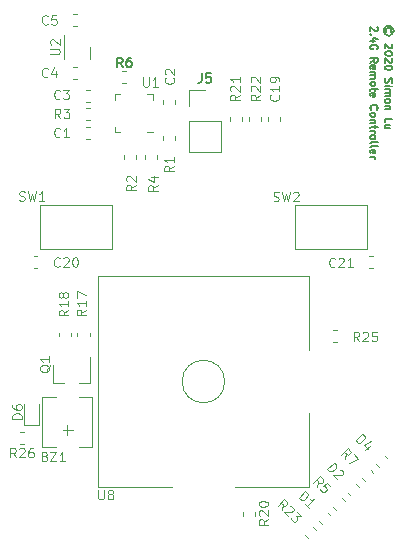
<source format=gbr>
%TF.GenerationSoftware,KiCad,Pcbnew,(5.1.6)-1*%
%TF.CreationDate,2020-07-04T15:59:08+08:00*%
%TF.ProjectId,24RF_Remote_Control,32345246-5f52-4656-9d6f-74655f436f6e,rev?*%
%TF.SameCoordinates,Original*%
%TF.FileFunction,Legend,Top*%
%TF.FilePolarity,Positive*%
%FSLAX46Y46*%
G04 Gerber Fmt 4.6, Leading zero omitted, Abs format (unit mm)*
G04 Created by KiCad (PCBNEW (5.1.6)-1) date 2020-07-04 15:59:08*
%MOMM*%
%LPD*%
G01*
G04 APERTURE LIST*
%ADD10C,0.127000*%
%ADD11C,0.120000*%
%ADD12C,0.150000*%
G04 APERTURE END LIST*
D10*
X161723627Y-72361380D02*
X161753865Y-72300903D01*
X161753865Y-72179951D01*
X161723627Y-72119475D01*
X161663151Y-72058999D01*
X161602675Y-72028760D01*
X161481722Y-72028760D01*
X161421246Y-72058999D01*
X161360770Y-72119475D01*
X161330532Y-72179951D01*
X161330532Y-72300903D01*
X161360770Y-72361380D01*
X161965532Y-72240427D02*
X161935294Y-72089237D01*
X161844580Y-71938046D01*
X161693389Y-71847332D01*
X161542199Y-71817094D01*
X161391008Y-71847332D01*
X161239818Y-71938046D01*
X161149103Y-72089237D01*
X161118865Y-72240427D01*
X161149103Y-72391618D01*
X161239818Y-72542808D01*
X161391008Y-72633522D01*
X161542199Y-72663760D01*
X161693389Y-72633522D01*
X161844580Y-72542808D01*
X161935294Y-72391618D01*
X161965532Y-72240427D01*
X161814341Y-73389475D02*
X161844580Y-73419713D01*
X161874818Y-73480189D01*
X161874818Y-73631380D01*
X161844580Y-73691856D01*
X161814341Y-73722094D01*
X161753865Y-73752332D01*
X161693389Y-73752332D01*
X161602675Y-73722094D01*
X161239818Y-73359237D01*
X161239818Y-73752332D01*
X161874818Y-74145427D02*
X161874818Y-74205903D01*
X161844580Y-74266380D01*
X161814341Y-74296618D01*
X161753865Y-74326856D01*
X161632913Y-74357094D01*
X161481722Y-74357094D01*
X161360770Y-74326856D01*
X161300294Y-74296618D01*
X161270056Y-74266380D01*
X161239818Y-74205903D01*
X161239818Y-74145427D01*
X161270056Y-74084951D01*
X161300294Y-74054713D01*
X161360770Y-74024475D01*
X161481722Y-73994237D01*
X161632913Y-73994237D01*
X161753865Y-74024475D01*
X161814341Y-74054713D01*
X161844580Y-74084951D01*
X161874818Y-74145427D01*
X161814341Y-74598999D02*
X161844580Y-74629237D01*
X161874818Y-74689713D01*
X161874818Y-74840903D01*
X161844580Y-74901380D01*
X161814341Y-74931618D01*
X161753865Y-74961856D01*
X161693389Y-74961856D01*
X161602675Y-74931618D01*
X161239818Y-74568760D01*
X161239818Y-74961856D01*
X161874818Y-75354951D02*
X161874818Y-75415427D01*
X161844580Y-75475903D01*
X161814341Y-75506141D01*
X161753865Y-75536380D01*
X161632913Y-75566618D01*
X161481722Y-75566618D01*
X161360770Y-75536380D01*
X161300294Y-75506141D01*
X161270056Y-75475903D01*
X161239818Y-75415427D01*
X161239818Y-75354951D01*
X161270056Y-75294475D01*
X161300294Y-75264237D01*
X161360770Y-75233999D01*
X161481722Y-75203760D01*
X161632913Y-75203760D01*
X161753865Y-75233999D01*
X161814341Y-75264237D01*
X161844580Y-75294475D01*
X161874818Y-75354951D01*
X161270056Y-76292332D02*
X161239818Y-76383046D01*
X161239818Y-76534237D01*
X161270056Y-76594713D01*
X161300294Y-76624951D01*
X161360770Y-76655189D01*
X161421246Y-76655189D01*
X161481722Y-76624951D01*
X161511960Y-76594713D01*
X161542199Y-76534237D01*
X161572437Y-76413284D01*
X161602675Y-76352808D01*
X161632913Y-76322570D01*
X161693389Y-76292332D01*
X161753865Y-76292332D01*
X161814341Y-76322570D01*
X161844580Y-76352808D01*
X161874818Y-76413284D01*
X161874818Y-76564475D01*
X161844580Y-76655189D01*
X161239818Y-76927332D02*
X161663151Y-76927332D01*
X161874818Y-76927332D02*
X161844580Y-76897094D01*
X161814341Y-76927332D01*
X161844580Y-76957570D01*
X161874818Y-76927332D01*
X161814341Y-76927332D01*
X161239818Y-77229713D02*
X161663151Y-77229713D01*
X161602675Y-77229713D02*
X161632913Y-77259951D01*
X161663151Y-77320427D01*
X161663151Y-77411141D01*
X161632913Y-77471618D01*
X161572437Y-77501856D01*
X161239818Y-77501856D01*
X161572437Y-77501856D02*
X161632913Y-77532094D01*
X161663151Y-77592570D01*
X161663151Y-77683284D01*
X161632913Y-77743760D01*
X161572437Y-77773999D01*
X161239818Y-77773999D01*
X161239818Y-78167094D02*
X161270056Y-78106618D01*
X161300294Y-78076380D01*
X161360770Y-78046141D01*
X161542199Y-78046141D01*
X161602675Y-78076380D01*
X161632913Y-78106618D01*
X161663151Y-78167094D01*
X161663151Y-78257808D01*
X161632913Y-78318284D01*
X161602675Y-78348522D01*
X161542199Y-78378760D01*
X161360770Y-78378760D01*
X161300294Y-78348522D01*
X161270056Y-78318284D01*
X161239818Y-78257808D01*
X161239818Y-78167094D01*
X161663151Y-78650903D02*
X161239818Y-78650903D01*
X161602675Y-78650903D02*
X161632913Y-78681141D01*
X161663151Y-78741618D01*
X161663151Y-78832332D01*
X161632913Y-78892808D01*
X161572437Y-78923046D01*
X161239818Y-78923046D01*
X161239818Y-80011618D02*
X161239818Y-79709237D01*
X161874818Y-79709237D01*
X161663151Y-80495427D02*
X161239818Y-80495427D01*
X161663151Y-80223284D02*
X161330532Y-80223284D01*
X161270056Y-80253522D01*
X161239818Y-80313999D01*
X161239818Y-80404713D01*
X161270056Y-80465189D01*
X161300294Y-80495427D01*
X160564661Y-71933329D02*
X160594900Y-71963567D01*
X160625138Y-72024043D01*
X160625138Y-72175234D01*
X160594900Y-72235710D01*
X160564661Y-72265948D01*
X160504185Y-72296186D01*
X160443709Y-72296186D01*
X160352995Y-72265948D01*
X159990138Y-71903091D01*
X159990138Y-72296186D01*
X160050614Y-72568329D02*
X160020376Y-72598567D01*
X159990138Y-72568329D01*
X160020376Y-72538091D01*
X160050614Y-72568329D01*
X159990138Y-72568329D01*
X160413471Y-73142853D02*
X159990138Y-73142853D01*
X160655376Y-72991662D02*
X160201804Y-72840472D01*
X160201804Y-73233567D01*
X160594900Y-73808091D02*
X160625138Y-73747615D01*
X160625138Y-73656900D01*
X160594900Y-73566186D01*
X160534423Y-73505710D01*
X160473947Y-73475472D01*
X160352995Y-73445234D01*
X160262280Y-73445234D01*
X160141328Y-73475472D01*
X160080852Y-73505710D01*
X160020376Y-73566186D01*
X159990138Y-73656900D01*
X159990138Y-73717377D01*
X160020376Y-73808091D01*
X160050614Y-73838329D01*
X160262280Y-73838329D01*
X160262280Y-73717377D01*
X159990138Y-74957139D02*
X160292519Y-74745472D01*
X159990138Y-74594281D02*
X160625138Y-74594281D01*
X160625138Y-74836186D01*
X160594900Y-74896662D01*
X160564661Y-74926900D01*
X160504185Y-74957139D01*
X160413471Y-74957139D01*
X160352995Y-74926900D01*
X160322757Y-74896662D01*
X160292519Y-74836186D01*
X160292519Y-74594281D01*
X160020376Y-75471186D02*
X159990138Y-75410710D01*
X159990138Y-75289758D01*
X160020376Y-75229281D01*
X160080852Y-75199043D01*
X160322757Y-75199043D01*
X160383233Y-75229281D01*
X160413471Y-75289758D01*
X160413471Y-75410710D01*
X160383233Y-75471186D01*
X160322757Y-75501424D01*
X160262280Y-75501424D01*
X160201804Y-75199043D01*
X159990138Y-75773567D02*
X160413471Y-75773567D01*
X160352995Y-75773567D02*
X160383233Y-75803805D01*
X160413471Y-75864281D01*
X160413471Y-75954996D01*
X160383233Y-76015472D01*
X160322757Y-76045710D01*
X159990138Y-76045710D01*
X160322757Y-76045710D02*
X160383233Y-76075948D01*
X160413471Y-76136424D01*
X160413471Y-76227139D01*
X160383233Y-76287615D01*
X160322757Y-76317853D01*
X159990138Y-76317853D01*
X159990138Y-76710948D02*
X160020376Y-76650472D01*
X160050614Y-76620234D01*
X160111090Y-76589996D01*
X160292519Y-76589996D01*
X160352995Y-76620234D01*
X160383233Y-76650472D01*
X160413471Y-76710948D01*
X160413471Y-76801662D01*
X160383233Y-76862139D01*
X160352995Y-76892377D01*
X160292519Y-76922615D01*
X160111090Y-76922615D01*
X160050614Y-76892377D01*
X160020376Y-76862139D01*
X159990138Y-76801662D01*
X159990138Y-76710948D01*
X160413471Y-77104043D02*
X160413471Y-77345948D01*
X160625138Y-77194758D02*
X160080852Y-77194758D01*
X160020376Y-77224996D01*
X159990138Y-77285472D01*
X159990138Y-77345948D01*
X160020376Y-77799520D02*
X159990138Y-77739043D01*
X159990138Y-77618091D01*
X160020376Y-77557615D01*
X160080852Y-77527377D01*
X160322757Y-77527377D01*
X160383233Y-77557615D01*
X160413471Y-77618091D01*
X160413471Y-77739043D01*
X160383233Y-77799520D01*
X160322757Y-77829758D01*
X160262280Y-77829758D01*
X160201804Y-77527377D01*
X160050614Y-78948567D02*
X160020376Y-78918329D01*
X159990138Y-78827615D01*
X159990138Y-78767139D01*
X160020376Y-78676424D01*
X160080852Y-78615948D01*
X160141328Y-78585710D01*
X160262280Y-78555472D01*
X160352995Y-78555472D01*
X160473947Y-78585710D01*
X160534423Y-78615948D01*
X160594900Y-78676424D01*
X160625138Y-78767139D01*
X160625138Y-78827615D01*
X160594900Y-78918329D01*
X160564661Y-78948567D01*
X159990138Y-79311424D02*
X160020376Y-79250948D01*
X160050614Y-79220710D01*
X160111090Y-79190472D01*
X160292519Y-79190472D01*
X160352995Y-79220710D01*
X160383233Y-79250948D01*
X160413471Y-79311424D01*
X160413471Y-79402139D01*
X160383233Y-79462615D01*
X160352995Y-79492853D01*
X160292519Y-79523091D01*
X160111090Y-79523091D01*
X160050614Y-79492853D01*
X160020376Y-79462615D01*
X159990138Y-79402139D01*
X159990138Y-79311424D01*
X160413471Y-79795234D02*
X159990138Y-79795234D01*
X160352995Y-79795234D02*
X160383233Y-79825472D01*
X160413471Y-79885948D01*
X160413471Y-79976662D01*
X160383233Y-80037139D01*
X160322757Y-80067377D01*
X159990138Y-80067377D01*
X160413471Y-80279043D02*
X160413471Y-80520948D01*
X160625138Y-80369758D02*
X160080852Y-80369758D01*
X160020376Y-80399996D01*
X159990138Y-80460472D01*
X159990138Y-80520948D01*
X159990138Y-80732615D02*
X160413471Y-80732615D01*
X160292519Y-80732615D02*
X160352995Y-80762853D01*
X160383233Y-80793091D01*
X160413471Y-80853567D01*
X160413471Y-80914043D01*
X159990138Y-81216424D02*
X160020376Y-81155948D01*
X160050614Y-81125710D01*
X160111090Y-81095472D01*
X160292519Y-81095472D01*
X160352995Y-81125710D01*
X160383233Y-81155948D01*
X160413471Y-81216424D01*
X160413471Y-81307139D01*
X160383233Y-81367615D01*
X160352995Y-81397853D01*
X160292519Y-81428091D01*
X160111090Y-81428091D01*
X160050614Y-81397853D01*
X160020376Y-81367615D01*
X159990138Y-81307139D01*
X159990138Y-81216424D01*
X159990138Y-81790948D02*
X160020376Y-81730472D01*
X160080852Y-81700234D01*
X160625138Y-81700234D01*
X159990138Y-82123567D02*
X160020376Y-82063091D01*
X160080852Y-82032853D01*
X160625138Y-82032853D01*
X160020376Y-82607377D02*
X159990138Y-82546900D01*
X159990138Y-82425948D01*
X160020376Y-82365472D01*
X160080852Y-82335234D01*
X160322757Y-82335234D01*
X160383233Y-82365472D01*
X160413471Y-82425948D01*
X160413471Y-82546900D01*
X160383233Y-82607377D01*
X160322757Y-82637615D01*
X160262280Y-82637615D01*
X160201804Y-82335234D01*
X159990138Y-82909758D02*
X160413471Y-82909758D01*
X160292519Y-82909758D02*
X160352995Y-82939996D01*
X160383233Y-82970234D01*
X160413471Y-83030710D01*
X160413471Y-83091186D01*
D11*
%TO.C,U1*%
X138819260Y-80851340D02*
X138344260Y-80851340D01*
X138344260Y-80851340D02*
X138344260Y-80376340D01*
X141089260Y-77631340D02*
X141564260Y-77631340D01*
X141564260Y-77631340D02*
X141564260Y-78106340D01*
X138819260Y-77631340D02*
X138344260Y-77631340D01*
X138344260Y-77631340D02*
X138344260Y-78106340D01*
X141089260Y-80851340D02*
X141564260Y-80851340D01*
%TO.C,U2*%
X136261720Y-73613600D02*
X136261720Y-74613600D01*
X134041720Y-72613600D02*
X134041720Y-74613600D01*
%TO.C,J5*%
X144659900Y-77310260D02*
X145989900Y-77310260D01*
X144659900Y-78640260D02*
X144659900Y-77310260D01*
X144659900Y-79910260D02*
X147319900Y-79910260D01*
X147319900Y-79910260D02*
X147319900Y-82510260D01*
X144659900Y-79910260D02*
X144659900Y-82510260D01*
X144659900Y-82510260D02*
X147319900Y-82510260D01*
%TO.C,BZ1*%
X136435600Y-103305480D02*
X135325600Y-103305480D01*
X132235600Y-103305480D02*
X133345600Y-103305480D01*
X136435600Y-107505480D02*
X135325600Y-107505480D01*
X132235600Y-107505480D02*
X133345600Y-107505480D01*
X132235600Y-107505480D02*
X132235600Y-103305480D01*
X136435600Y-107505480D02*
X136435600Y-103305480D01*
X134358460Y-106509620D02*
X134358460Y-105609620D01*
X133946980Y-106068420D02*
X134846980Y-106068420D01*
%TO.C,C1*%
X135900801Y-80401020D02*
X136226359Y-80401020D01*
X135900801Y-81421020D02*
X136226359Y-81421020D01*
%TO.C,C2*%
X143495080Y-78137121D02*
X143495080Y-78462679D01*
X142475080Y-78137121D02*
X142475080Y-78462679D01*
%TO.C,C3*%
X136226359Y-77244648D02*
X135900801Y-77244648D01*
X136226359Y-78264648D02*
X135900801Y-78264648D01*
%TO.C,C4*%
X135174799Y-75331180D02*
X134849241Y-75331180D01*
X135174799Y-76351180D02*
X134849241Y-76351180D01*
%TO.C,C5*%
X135174799Y-71870620D02*
X134849241Y-71870620D01*
X135174799Y-70850620D02*
X134849241Y-70850620D01*
%TO.C,C19*%
X151324440Y-79918099D02*
X151324440Y-79592541D01*
X152344440Y-79918099D02*
X152344440Y-79592541D01*
%TO.C,C20*%
X131483741Y-92340480D02*
X131809299Y-92340480D01*
X131483741Y-91320480D02*
X131809299Y-91320480D01*
%TO.C,C21*%
X160252219Y-92340480D02*
X159926661Y-92340480D01*
X160252219Y-91320480D02*
X159926661Y-91320480D01*
%TO.C,D1*%
X155670725Y-113782419D02*
X155900930Y-114012624D01*
X156391974Y-113061170D02*
X156622179Y-113291375D01*
%TO.C,D2*%
X158807304Y-110645840D02*
X159037509Y-110876045D01*
X158086055Y-111367089D02*
X158316260Y-111597294D01*
%TO.C,D4*%
X160501384Y-108951759D02*
X160731589Y-109181964D01*
X161222633Y-108230510D02*
X161452838Y-108460715D01*
%TO.C,D6*%
X130711240Y-105680480D02*
X131911240Y-105680480D01*
X130711240Y-103830480D02*
X130711240Y-105680480D01*
X131911240Y-103830480D02*
X131911240Y-105680480D01*
%TO.C,Q1*%
X133138460Y-102048040D02*
X133138460Y-100588040D01*
X136298460Y-102048040D02*
X136298460Y-99888040D01*
X136298460Y-102048040D02*
X135368460Y-102048040D01*
X133138460Y-102048040D02*
X134068460Y-102048040D01*
%TO.C,R1*%
X142464920Y-81213061D02*
X142464920Y-81538619D01*
X143484920Y-81213061D02*
X143484920Y-81538619D01*
%TO.C,R2*%
X140162600Y-83126119D02*
X140162600Y-82800561D01*
X139142600Y-83126119D02*
X139142600Y-82800561D01*
%TO.C,R3*%
X135900801Y-78822834D02*
X136226359Y-78822834D01*
X135900801Y-79842834D02*
X136226359Y-79842834D01*
%TO.C,R4*%
X141963460Y-83128659D02*
X141963460Y-82803101D01*
X140943460Y-83128659D02*
X140943460Y-82803101D01*
%TO.C,R5*%
X157599639Y-111853505D02*
X157829844Y-112083710D01*
X156878390Y-112574754D02*
X157108595Y-112804959D01*
%TO.C,R7*%
X159523924Y-110389629D02*
X159293719Y-110159424D01*
X160245173Y-109668380D02*
X160014968Y-109438175D01*
%TO.C,R17*%
X136223460Y-97815841D02*
X136223460Y-98141399D01*
X135203460Y-97815841D02*
X135203460Y-98141399D01*
%TO.C,R18*%
X134623260Y-98141399D02*
X134623260Y-97815841D01*
X133603260Y-98141399D02*
X133603260Y-97815841D01*
%TO.C,R20*%
X150241320Y-113316559D02*
X150241320Y-112991001D01*
X149221320Y-113316559D02*
X149221320Y-112991001D01*
%TO.C,R21*%
X148088480Y-79534121D02*
X148088480Y-79859679D01*
X149108480Y-79534121D02*
X149108480Y-79859679D01*
%TO.C,R22*%
X149731220Y-79877279D02*
X149731220Y-79551721D01*
X150751220Y-79877279D02*
X150751220Y-79551721D01*
%TO.C,R23*%
X155184309Y-114268835D02*
X155414514Y-114499040D01*
X154463060Y-114990084D02*
X154693265Y-115220289D01*
%TO.C,R25*%
X156865161Y-97621160D02*
X157190719Y-97621160D01*
X156865161Y-98641160D02*
X157190719Y-98641160D01*
%TO.C,R26*%
X130363601Y-107232500D02*
X130689159Y-107232500D01*
X130363601Y-106212500D02*
X130689159Y-106212500D01*
%TO.C,SW1*%
X132028220Y-87013760D02*
X138148220Y-87013760D01*
X138148220Y-87013760D02*
X138148220Y-90713760D01*
X138148220Y-90713760D02*
X132028220Y-90713760D01*
X132028220Y-90713760D02*
X132028220Y-87013760D01*
%TO.C,SW2*%
X159707340Y-87013760D02*
X159707340Y-90713760D01*
X153587340Y-87013760D02*
X159707340Y-87013760D01*
X153587340Y-90713760D02*
X153587340Y-87013760D01*
X159707340Y-90713760D02*
X153587340Y-90713760D01*
%TO.C,U8*%
X136968000Y-93060620D02*
X136968000Y-110860620D01*
X136968000Y-93060620D02*
X154768000Y-93060620D01*
X147668000Y-101960620D02*
G75*
G03*
X147668000Y-101960620I-1800000J0D01*
G01*
X154768000Y-93060620D02*
X154768000Y-99260620D01*
X154768000Y-110860620D02*
X154768000Y-104660620D01*
X148568000Y-110860620D02*
X154768000Y-110860620D01*
X136968000Y-110860620D02*
X143168000Y-110860620D01*
%TO.C,R6*%
X138974201Y-75661380D02*
X139299759Y-75661380D01*
X138974201Y-76681380D02*
X139299759Y-76681380D01*
%TO.C,U1*%
X140762656Y-76218424D02*
X140762656Y-76866043D01*
X140800751Y-76942234D01*
X140838846Y-76980329D01*
X140915037Y-77018424D01*
X141067418Y-77018424D01*
X141143608Y-76980329D01*
X141181703Y-76942234D01*
X141219799Y-76866043D01*
X141219799Y-76218424D01*
X142019799Y-77018424D02*
X141562656Y-77018424D01*
X141791227Y-77018424D02*
X141791227Y-76218424D01*
X141715037Y-76332710D01*
X141638846Y-76408900D01*
X141562656Y-76446996D01*
%TO.C,U2*%
X132900924Y-74251703D02*
X133548543Y-74251703D01*
X133624734Y-74213608D01*
X133662829Y-74175513D01*
X133700924Y-74099322D01*
X133700924Y-73946941D01*
X133662829Y-73870751D01*
X133624734Y-73832656D01*
X133548543Y-73794560D01*
X132900924Y-73794560D01*
X132977115Y-73451703D02*
X132939020Y-73413608D01*
X132900924Y-73337418D01*
X132900924Y-73146941D01*
X132939020Y-73070751D01*
X132977115Y-73032656D01*
X133053305Y-72994560D01*
X133129496Y-72994560D01*
X133243781Y-73032656D01*
X133700924Y-73489799D01*
X133700924Y-72994560D01*
%TO.C,J5*%
D12*
X145723233Y-75872164D02*
X145723233Y-76443593D01*
X145685138Y-76557879D01*
X145608947Y-76634069D01*
X145494661Y-76672164D01*
X145418471Y-76672164D01*
X146485138Y-75872164D02*
X146104185Y-75872164D01*
X146066090Y-76253117D01*
X146104185Y-76215021D01*
X146180376Y-76176926D01*
X146370852Y-76176926D01*
X146447042Y-76215021D01*
X146485138Y-76253117D01*
X146523233Y-76329307D01*
X146523233Y-76519783D01*
X146485138Y-76595974D01*
X146447042Y-76634069D01*
X146370852Y-76672164D01*
X146180376Y-76672164D01*
X146104185Y-76634069D01*
X146066090Y-76595974D01*
%TO.C,BZ1*%
D11*
X132435278Y-108293497D02*
X132549563Y-108331592D01*
X132587659Y-108369687D01*
X132625754Y-108445878D01*
X132625754Y-108560163D01*
X132587659Y-108636354D01*
X132549563Y-108674449D01*
X132473373Y-108712544D01*
X132168611Y-108712544D01*
X132168611Y-107912544D01*
X132435278Y-107912544D01*
X132511468Y-107950640D01*
X132549563Y-107988735D01*
X132587659Y-108064925D01*
X132587659Y-108141116D01*
X132549563Y-108217306D01*
X132511468Y-108255401D01*
X132435278Y-108293497D01*
X132168611Y-108293497D01*
X132892420Y-107912544D02*
X133425754Y-107912544D01*
X132892420Y-108712544D01*
X133425754Y-108712544D01*
X134149563Y-108712544D02*
X133692420Y-108712544D01*
X133920992Y-108712544D02*
X133920992Y-107912544D01*
X133844801Y-108026830D01*
X133768611Y-108103020D01*
X133692420Y-108141116D01*
%TO.C,C1*%
X133717906Y-81201814D02*
X133679811Y-81239909D01*
X133565525Y-81278004D01*
X133489335Y-81278004D01*
X133375049Y-81239909D01*
X133298859Y-81163719D01*
X133260763Y-81087528D01*
X133222668Y-80935147D01*
X133222668Y-80820861D01*
X133260763Y-80668480D01*
X133298859Y-80592290D01*
X133375049Y-80516100D01*
X133489335Y-80478004D01*
X133565525Y-80478004D01*
X133679811Y-80516100D01*
X133717906Y-80554195D01*
X134479811Y-81278004D02*
X134022668Y-81278004D01*
X134251240Y-81278004D02*
X134251240Y-80478004D01*
X134175049Y-80592290D01*
X134098859Y-80668480D01*
X134022668Y-80706576D01*
%TO.C,C2*%
X143329214Y-76238673D02*
X143367309Y-76276768D01*
X143405404Y-76391054D01*
X143405404Y-76467244D01*
X143367309Y-76581530D01*
X143291119Y-76657720D01*
X143214928Y-76695816D01*
X143062547Y-76733911D01*
X142948261Y-76733911D01*
X142795880Y-76695816D01*
X142719690Y-76657720D01*
X142643500Y-76581530D01*
X142605404Y-76467244D01*
X142605404Y-76391054D01*
X142643500Y-76276768D01*
X142681595Y-76238673D01*
X142681595Y-75933911D02*
X142643500Y-75895816D01*
X142605404Y-75819625D01*
X142605404Y-75629149D01*
X142643500Y-75552959D01*
X142681595Y-75514863D01*
X142757785Y-75476768D01*
X142833976Y-75476768D01*
X142948261Y-75514863D01*
X143405404Y-75972006D01*
X143405404Y-75476768D01*
%TO.C,C3*%
X133717906Y-77991254D02*
X133679811Y-78029349D01*
X133565525Y-78067444D01*
X133489335Y-78067444D01*
X133375049Y-78029349D01*
X133298859Y-77953159D01*
X133260763Y-77876968D01*
X133222668Y-77724587D01*
X133222668Y-77610301D01*
X133260763Y-77457920D01*
X133298859Y-77381730D01*
X133375049Y-77305540D01*
X133489335Y-77267444D01*
X133565525Y-77267444D01*
X133679811Y-77305540D01*
X133717906Y-77343635D01*
X133984573Y-77267444D02*
X134479811Y-77267444D01*
X134213144Y-77572206D01*
X134327430Y-77572206D01*
X134403620Y-77610301D01*
X134441716Y-77648397D01*
X134479811Y-77724587D01*
X134479811Y-77915063D01*
X134441716Y-77991254D01*
X134403620Y-78029349D01*
X134327430Y-78067444D01*
X134098859Y-78067444D01*
X134022668Y-78029349D01*
X133984573Y-77991254D01*
%TO.C,C4*%
X132679046Y-76119274D02*
X132640951Y-76157369D01*
X132526665Y-76195464D01*
X132450475Y-76195464D01*
X132336189Y-76157369D01*
X132259999Y-76081179D01*
X132221903Y-76004988D01*
X132183808Y-75852607D01*
X132183808Y-75738321D01*
X132221903Y-75585940D01*
X132259999Y-75509750D01*
X132336189Y-75433560D01*
X132450475Y-75395464D01*
X132526665Y-75395464D01*
X132640951Y-75433560D01*
X132679046Y-75471655D01*
X133364760Y-75662131D02*
X133364760Y-76195464D01*
X133174284Y-75357369D02*
X132983808Y-75928798D01*
X133479046Y-75928798D01*
%TO.C,C5*%
X132697086Y-71663494D02*
X132658991Y-71701589D01*
X132544705Y-71739684D01*
X132468515Y-71739684D01*
X132354229Y-71701589D01*
X132278039Y-71625399D01*
X132239943Y-71549208D01*
X132201848Y-71396827D01*
X132201848Y-71282541D01*
X132239943Y-71130160D01*
X132278039Y-71053970D01*
X132354229Y-70977780D01*
X132468515Y-70939684D01*
X132544705Y-70939684D01*
X132658991Y-70977780D01*
X132697086Y-71015875D01*
X133420896Y-70939684D02*
X133039943Y-70939684D01*
X133001848Y-71320637D01*
X133039943Y-71282541D01*
X133116134Y-71244446D01*
X133306610Y-71244446D01*
X133382800Y-71282541D01*
X133420896Y-71320637D01*
X133458991Y-71396827D01*
X133458991Y-71587303D01*
X133420896Y-71663494D01*
X133382800Y-71701589D01*
X133306610Y-71739684D01*
X133116134Y-71739684D01*
X133039943Y-71701589D01*
X133001848Y-71663494D01*
%TO.C,C19*%
X152224294Y-77686425D02*
X152262389Y-77724520D01*
X152300484Y-77838806D01*
X152300484Y-77914997D01*
X152262389Y-78029282D01*
X152186199Y-78105473D01*
X152110008Y-78143568D01*
X151957627Y-78181663D01*
X151843341Y-78181663D01*
X151690960Y-78143568D01*
X151614770Y-78105473D01*
X151538580Y-78029282D01*
X151500484Y-77914997D01*
X151500484Y-77838806D01*
X151538580Y-77724520D01*
X151576675Y-77686425D01*
X152300484Y-76924520D02*
X152300484Y-77381663D01*
X152300484Y-77153092D02*
X151500484Y-77153092D01*
X151614770Y-77229282D01*
X151690960Y-77305473D01*
X151729056Y-77381663D01*
X152300484Y-76543568D02*
X152300484Y-76391187D01*
X152262389Y-76314997D01*
X152224294Y-76276901D01*
X152110008Y-76200711D01*
X151957627Y-76162616D01*
X151652865Y-76162616D01*
X151576675Y-76200711D01*
X151538580Y-76238806D01*
X151500484Y-76314997D01*
X151500484Y-76467378D01*
X151538580Y-76543568D01*
X151576675Y-76581663D01*
X151652865Y-76619759D01*
X151843341Y-76619759D01*
X151919532Y-76581663D01*
X151957627Y-76543568D01*
X151995722Y-76467378D01*
X151995722Y-76314997D01*
X151957627Y-76238806D01*
X151919532Y-76200711D01*
X151843341Y-76162616D01*
%TO.C,C20*%
X133715414Y-92182234D02*
X133677319Y-92220329D01*
X133563033Y-92258424D01*
X133486842Y-92258424D01*
X133372557Y-92220329D01*
X133296366Y-92144139D01*
X133258271Y-92067948D01*
X133220176Y-91915567D01*
X133220176Y-91801281D01*
X133258271Y-91648900D01*
X133296366Y-91572710D01*
X133372557Y-91496520D01*
X133486842Y-91458424D01*
X133563033Y-91458424D01*
X133677319Y-91496520D01*
X133715414Y-91534615D01*
X134020176Y-91534615D02*
X134058271Y-91496520D01*
X134134461Y-91458424D01*
X134324938Y-91458424D01*
X134401128Y-91496520D01*
X134439223Y-91534615D01*
X134477319Y-91610805D01*
X134477319Y-91686996D01*
X134439223Y-91801281D01*
X133982080Y-92258424D01*
X134477319Y-92258424D01*
X134972557Y-91458424D02*
X135048747Y-91458424D01*
X135124938Y-91496520D01*
X135163033Y-91534615D01*
X135201128Y-91610805D01*
X135239223Y-91763186D01*
X135239223Y-91953662D01*
X135201128Y-92106043D01*
X135163033Y-92182234D01*
X135124938Y-92220329D01*
X135048747Y-92258424D01*
X134972557Y-92258424D01*
X134896366Y-92220329D01*
X134858271Y-92182234D01*
X134820176Y-92106043D01*
X134782080Y-91953662D01*
X134782080Y-91763186D01*
X134820176Y-91610805D01*
X134858271Y-91534615D01*
X134896366Y-91496520D01*
X134972557Y-91458424D01*
%TO.C,C21*%
X157002134Y-92192394D02*
X156964039Y-92230489D01*
X156849753Y-92268584D01*
X156773562Y-92268584D01*
X156659277Y-92230489D01*
X156583086Y-92154299D01*
X156544991Y-92078108D01*
X156506896Y-91925727D01*
X156506896Y-91811441D01*
X156544991Y-91659060D01*
X156583086Y-91582870D01*
X156659277Y-91506680D01*
X156773562Y-91468584D01*
X156849753Y-91468584D01*
X156964039Y-91506680D01*
X157002134Y-91544775D01*
X157306896Y-91544775D02*
X157344991Y-91506680D01*
X157421181Y-91468584D01*
X157611658Y-91468584D01*
X157687848Y-91506680D01*
X157725943Y-91544775D01*
X157764039Y-91620965D01*
X157764039Y-91697156D01*
X157725943Y-91811441D01*
X157268800Y-92268584D01*
X157764039Y-92268584D01*
X158525943Y-92268584D02*
X158068800Y-92268584D01*
X158297372Y-92268584D02*
X158297372Y-91468584D01*
X158221181Y-91582870D01*
X158144991Y-91659060D01*
X158068800Y-91697156D01*
%TO.C,D1*%
X153936240Y-111808472D02*
X154501926Y-111242787D01*
X154636613Y-111377474D01*
X154690488Y-111485223D01*
X154690488Y-111592973D01*
X154663550Y-111673785D01*
X154582738Y-111808472D01*
X154501926Y-111889284D01*
X154367239Y-111970097D01*
X154286427Y-111997034D01*
X154178677Y-111997034D01*
X154070927Y-111943159D01*
X153936240Y-111808472D01*
X154798237Y-112670469D02*
X154474988Y-112347220D01*
X154636613Y-112508845D02*
X155202298Y-111943159D01*
X155067611Y-111970097D01*
X154959862Y-111970097D01*
X154879050Y-111943159D01*
%TO.C,D2*%
X156350233Y-109383702D02*
X156915919Y-108818017D01*
X157050606Y-108952704D01*
X157104481Y-109060453D01*
X157104481Y-109168203D01*
X157077543Y-109249015D01*
X156996731Y-109383702D01*
X156915919Y-109464514D01*
X156781232Y-109545327D01*
X156700420Y-109572264D01*
X156592670Y-109572264D01*
X156484920Y-109518389D01*
X156350233Y-109383702D01*
X157400792Y-109410639D02*
X157454667Y-109410639D01*
X157535479Y-109437577D01*
X157670166Y-109572264D01*
X157697104Y-109653076D01*
X157697104Y-109706951D01*
X157670166Y-109787763D01*
X157616291Y-109841638D01*
X157508542Y-109895513D01*
X156862044Y-109895513D01*
X157212230Y-110245699D01*
%TO.C,D4*%
X158754944Y-106949495D02*
X159320630Y-106383810D01*
X159455317Y-106518497D01*
X159509192Y-106626246D01*
X159509192Y-106733996D01*
X159482254Y-106814808D01*
X159401442Y-106949495D01*
X159320630Y-107030307D01*
X159185943Y-107111120D01*
X159105131Y-107138057D01*
X158997381Y-107138057D01*
X158889631Y-107084182D01*
X158754944Y-106949495D01*
X159940190Y-107380494D02*
X159563067Y-107757617D01*
X160021002Y-107030307D02*
X159482254Y-107299681D01*
X159832441Y-107649868D01*
%TO.C,D6*%
X130486964Y-105093016D02*
X129686964Y-105093016D01*
X129686964Y-104902540D01*
X129725060Y-104788254D01*
X129801250Y-104712063D01*
X129877440Y-104673968D01*
X130029821Y-104635873D01*
X130144107Y-104635873D01*
X130296488Y-104673968D01*
X130372679Y-104712063D01*
X130448869Y-104788254D01*
X130486964Y-104902540D01*
X130486964Y-105093016D01*
X129686964Y-103950159D02*
X129686964Y-104102540D01*
X129725060Y-104178730D01*
X129763155Y-104216825D01*
X129877440Y-104293016D01*
X130029821Y-104331111D01*
X130334583Y-104331111D01*
X130410774Y-104293016D01*
X130448869Y-104254920D01*
X130486964Y-104178730D01*
X130486964Y-104026349D01*
X130448869Y-103950159D01*
X130410774Y-103912063D01*
X130334583Y-103873968D01*
X130144107Y-103873968D01*
X130067917Y-103912063D01*
X130029821Y-103950159D01*
X129991726Y-104026349D01*
X129991726Y-104178730D01*
X130029821Y-104254920D01*
X130067917Y-104293016D01*
X130144107Y-104331111D01*
%TO.C,Q1*%
X132899955Y-100560450D02*
X132861860Y-100636640D01*
X132785669Y-100712831D01*
X132671383Y-100827117D01*
X132633288Y-100903307D01*
X132633288Y-100979498D01*
X132823764Y-100941402D02*
X132785669Y-101017593D01*
X132709479Y-101093783D01*
X132557098Y-101131879D01*
X132290431Y-101131879D01*
X132138050Y-101093783D01*
X132061860Y-101017593D01*
X132023764Y-100941402D01*
X132023764Y-100789021D01*
X132061860Y-100712831D01*
X132138050Y-100636640D01*
X132290431Y-100598545D01*
X132557098Y-100598545D01*
X132709479Y-100636640D01*
X132785669Y-100712831D01*
X132823764Y-100789021D01*
X132823764Y-100941402D01*
X132823764Y-99836640D02*
X132823764Y-100293783D01*
X132823764Y-100065212D02*
X132023764Y-100065212D01*
X132138050Y-100141402D01*
X132214240Y-100217593D01*
X132252336Y-100293783D01*
%TO.C,R1*%
X143341904Y-83703733D02*
X142960952Y-83970400D01*
X143341904Y-84160876D02*
X142541904Y-84160876D01*
X142541904Y-83856114D01*
X142580000Y-83779923D01*
X142618095Y-83741828D01*
X142694285Y-83703733D01*
X142808571Y-83703733D01*
X142884761Y-83741828D01*
X142922857Y-83779923D01*
X142960952Y-83856114D01*
X142960952Y-84160876D01*
X143341904Y-82941828D02*
X143341904Y-83398971D01*
X143341904Y-83170400D02*
X142541904Y-83170400D01*
X142656190Y-83246590D01*
X142732380Y-83322780D01*
X142770476Y-83398971D01*
%TO.C,R2*%
X140131344Y-85306473D02*
X139750392Y-85573140D01*
X140131344Y-85763616D02*
X139331344Y-85763616D01*
X139331344Y-85458854D01*
X139369440Y-85382663D01*
X139407535Y-85344568D01*
X139483725Y-85306473D01*
X139598011Y-85306473D01*
X139674201Y-85344568D01*
X139712297Y-85382663D01*
X139750392Y-85458854D01*
X139750392Y-85763616D01*
X139407535Y-85001711D02*
X139369440Y-84963616D01*
X139331344Y-84887425D01*
X139331344Y-84696949D01*
X139369440Y-84620759D01*
X139407535Y-84582663D01*
X139483725Y-84544568D01*
X139559916Y-84544568D01*
X139674201Y-84582663D01*
X140131344Y-85039806D01*
X140131344Y-84544568D01*
%TO.C,R3*%
X133761086Y-79660024D02*
X133494420Y-79279072D01*
X133303943Y-79660024D02*
X133303943Y-78860024D01*
X133608705Y-78860024D01*
X133684896Y-78898120D01*
X133722991Y-78936215D01*
X133761086Y-79012405D01*
X133761086Y-79126691D01*
X133722991Y-79202881D01*
X133684896Y-79240977D01*
X133608705Y-79279072D01*
X133303943Y-79279072D01*
X134027753Y-78860024D02*
X134522991Y-78860024D01*
X134256324Y-79164786D01*
X134370610Y-79164786D01*
X134446800Y-79202881D01*
X134484896Y-79240977D01*
X134522991Y-79317167D01*
X134522991Y-79507643D01*
X134484896Y-79583834D01*
X134446800Y-79621929D01*
X134370610Y-79660024D01*
X134142039Y-79660024D01*
X134065848Y-79621929D01*
X134027753Y-79583834D01*
%TO.C,R4*%
X141983004Y-85329333D02*
X141602052Y-85596000D01*
X141983004Y-85786476D02*
X141183004Y-85786476D01*
X141183004Y-85481714D01*
X141221100Y-85405523D01*
X141259195Y-85367428D01*
X141335385Y-85329333D01*
X141449671Y-85329333D01*
X141525861Y-85367428D01*
X141563957Y-85405523D01*
X141602052Y-85481714D01*
X141602052Y-85786476D01*
X141449671Y-84643619D02*
X141983004Y-84643619D01*
X141144909Y-84834095D02*
X141716338Y-85024571D01*
X141716338Y-84529333D01*
%TO.C,R5*%
X155505560Y-110889241D02*
X155586372Y-110431305D01*
X155182311Y-110565992D02*
X155747997Y-110000307D01*
X155963496Y-110215806D01*
X155990434Y-110296618D01*
X155990434Y-110350493D01*
X155963496Y-110431305D01*
X155882684Y-110512117D01*
X155801872Y-110539055D01*
X155747997Y-110539055D01*
X155667185Y-110512117D01*
X155451685Y-110296618D01*
X156583056Y-110835366D02*
X156313682Y-110565992D01*
X156017371Y-110808429D01*
X156071246Y-110808429D01*
X156152058Y-110835366D01*
X156286745Y-110970053D01*
X156313682Y-111050865D01*
X156313682Y-111104740D01*
X156286745Y-111185552D01*
X156152058Y-111320239D01*
X156071246Y-111347177D01*
X156017371Y-111347177D01*
X155936559Y-111320239D01*
X155801872Y-111185552D01*
X155774934Y-111104740D01*
X155774934Y-111050865D01*
%TO.C,R7*%
X157836133Y-108504644D02*
X157916945Y-108046708D01*
X157512884Y-108181395D02*
X158078570Y-107615710D01*
X158294069Y-107831209D01*
X158321007Y-107912021D01*
X158321007Y-107965896D01*
X158294069Y-108046708D01*
X158213257Y-108127520D01*
X158132445Y-108154458D01*
X158078570Y-108154458D01*
X157997758Y-108127520D01*
X157782258Y-107912021D01*
X158590381Y-108127520D02*
X158967504Y-108504644D01*
X158159382Y-108827893D01*
%TO.C,R17*%
X135925504Y-95884325D02*
X135544552Y-96150992D01*
X135925504Y-96341468D02*
X135125504Y-96341468D01*
X135125504Y-96036706D01*
X135163600Y-95960516D01*
X135201695Y-95922420D01*
X135277885Y-95884325D01*
X135392171Y-95884325D01*
X135468361Y-95922420D01*
X135506457Y-95960516D01*
X135544552Y-96036706D01*
X135544552Y-96341468D01*
X135925504Y-95122420D02*
X135925504Y-95579563D01*
X135925504Y-95350992D02*
X135125504Y-95350992D01*
X135239790Y-95427182D01*
X135315980Y-95503373D01*
X135354076Y-95579563D01*
X135125504Y-94855754D02*
X135125504Y-94322420D01*
X135925504Y-94665278D01*
%TO.C,R18*%
X134421824Y-95912265D02*
X134040872Y-96178932D01*
X134421824Y-96369408D02*
X133621824Y-96369408D01*
X133621824Y-96064646D01*
X133659920Y-95988456D01*
X133698015Y-95950360D01*
X133774205Y-95912265D01*
X133888491Y-95912265D01*
X133964681Y-95950360D01*
X134002777Y-95988456D01*
X134040872Y-96064646D01*
X134040872Y-96369408D01*
X134421824Y-95150360D02*
X134421824Y-95607503D01*
X134421824Y-95378932D02*
X133621824Y-95378932D01*
X133736110Y-95455122D01*
X133812300Y-95531313D01*
X133850396Y-95607503D01*
X133964681Y-94693218D02*
X133926586Y-94769408D01*
X133888491Y-94807503D01*
X133812300Y-94845599D01*
X133774205Y-94845599D01*
X133698015Y-94807503D01*
X133659920Y-94769408D01*
X133621824Y-94693218D01*
X133621824Y-94540837D01*
X133659920Y-94464646D01*
X133698015Y-94426551D01*
X133774205Y-94388456D01*
X133812300Y-94388456D01*
X133888491Y-94426551D01*
X133926586Y-94464646D01*
X133964681Y-94540837D01*
X133964681Y-94693218D01*
X134002777Y-94769408D01*
X134040872Y-94807503D01*
X134117062Y-94845599D01*
X134269443Y-94845599D01*
X134345634Y-94807503D01*
X134383729Y-94769408D01*
X134421824Y-94693218D01*
X134421824Y-94540837D01*
X134383729Y-94464646D01*
X134345634Y-94426551D01*
X134269443Y-94388456D01*
X134117062Y-94388456D01*
X134040872Y-94426551D01*
X134002777Y-94464646D01*
X133964681Y-94540837D01*
%TO.C,R20*%
X151340364Y-113609645D02*
X150959412Y-113876312D01*
X151340364Y-114066788D02*
X150540364Y-114066788D01*
X150540364Y-113762026D01*
X150578460Y-113685836D01*
X150616555Y-113647740D01*
X150692745Y-113609645D01*
X150807031Y-113609645D01*
X150883221Y-113647740D01*
X150921317Y-113685836D01*
X150959412Y-113762026D01*
X150959412Y-114066788D01*
X150616555Y-113304883D02*
X150578460Y-113266788D01*
X150540364Y-113190598D01*
X150540364Y-113000121D01*
X150578460Y-112923931D01*
X150616555Y-112885836D01*
X150692745Y-112847740D01*
X150768936Y-112847740D01*
X150883221Y-112885836D01*
X151340364Y-113342979D01*
X151340364Y-112847740D01*
X150540364Y-112352502D02*
X150540364Y-112276312D01*
X150578460Y-112200121D01*
X150616555Y-112162026D01*
X150692745Y-112123931D01*
X150845126Y-112085836D01*
X151035602Y-112085836D01*
X151187983Y-112123931D01*
X151264174Y-112162026D01*
X151302269Y-112200121D01*
X151340364Y-112276312D01*
X151340364Y-112352502D01*
X151302269Y-112428693D01*
X151264174Y-112466788D01*
X151187983Y-112504883D01*
X151035602Y-112542979D01*
X150845126Y-112542979D01*
X150692745Y-112504883D01*
X150616555Y-112466788D01*
X150578460Y-112428693D01*
X150540364Y-112352502D01*
%TO.C,R21*%
X148945144Y-77671185D02*
X148564192Y-77937852D01*
X148945144Y-78128328D02*
X148145144Y-78128328D01*
X148145144Y-77823566D01*
X148183240Y-77747376D01*
X148221335Y-77709280D01*
X148297525Y-77671185D01*
X148411811Y-77671185D01*
X148488001Y-77709280D01*
X148526097Y-77747376D01*
X148564192Y-77823566D01*
X148564192Y-78128328D01*
X148221335Y-77366423D02*
X148183240Y-77328328D01*
X148145144Y-77252138D01*
X148145144Y-77061661D01*
X148183240Y-76985471D01*
X148221335Y-76947376D01*
X148297525Y-76909280D01*
X148373716Y-76909280D01*
X148488001Y-76947376D01*
X148945144Y-77404519D01*
X148945144Y-76909280D01*
X148945144Y-76147376D02*
X148945144Y-76604519D01*
X148945144Y-76375947D02*
X148145144Y-76375947D01*
X148259430Y-76452138D01*
X148335620Y-76528328D01*
X148373716Y-76604519D01*
%TO.C,R22*%
X150659644Y-77686425D02*
X150278692Y-77953092D01*
X150659644Y-78143568D02*
X149859644Y-78143568D01*
X149859644Y-77838806D01*
X149897740Y-77762616D01*
X149935835Y-77724520D01*
X150012025Y-77686425D01*
X150126311Y-77686425D01*
X150202501Y-77724520D01*
X150240597Y-77762616D01*
X150278692Y-77838806D01*
X150278692Y-78143568D01*
X149935835Y-77381663D02*
X149897740Y-77343568D01*
X149859644Y-77267378D01*
X149859644Y-77076901D01*
X149897740Y-77000711D01*
X149935835Y-76962616D01*
X150012025Y-76924520D01*
X150088216Y-76924520D01*
X150202501Y-76962616D01*
X150659644Y-77419759D01*
X150659644Y-76924520D01*
X149935835Y-76619759D02*
X149897740Y-76581663D01*
X149859644Y-76505473D01*
X149859644Y-76314997D01*
X149897740Y-76238806D01*
X149935835Y-76200711D01*
X150012025Y-76162616D01*
X150088216Y-76162616D01*
X150202501Y-76200711D01*
X150659644Y-76657854D01*
X150659644Y-76162616D01*
%TO.C,R23*%
X152484535Y-112829111D02*
X152565347Y-112371175D01*
X152161286Y-112505862D02*
X152726972Y-111940177D01*
X152942471Y-112155676D01*
X152969408Y-112236488D01*
X152969408Y-112290363D01*
X152942471Y-112371175D01*
X152861659Y-112451987D01*
X152780847Y-112478925D01*
X152726972Y-112478925D01*
X152646160Y-112451987D01*
X152430660Y-112236488D01*
X153211845Y-112532799D02*
X153265720Y-112532799D01*
X153346532Y-112559737D01*
X153481219Y-112694424D01*
X153508157Y-112775236D01*
X153508157Y-112829111D01*
X153481219Y-112909923D01*
X153427344Y-112963798D01*
X153319595Y-113017673D01*
X152673097Y-113017673D01*
X153023283Y-113367859D01*
X153777531Y-112990735D02*
X154127717Y-113340922D01*
X153723656Y-113367859D01*
X153804468Y-113448671D01*
X153831405Y-113529483D01*
X153831405Y-113583358D01*
X153804468Y-113664170D01*
X153669781Y-113798857D01*
X153588969Y-113825795D01*
X153535094Y-113825795D01*
X153454282Y-113798857D01*
X153292657Y-113637233D01*
X153265720Y-113556421D01*
X153265720Y-113502546D01*
%TO.C,R25*%
X159051914Y-98560164D02*
X158785247Y-98179212D01*
X158594771Y-98560164D02*
X158594771Y-97760164D01*
X158899533Y-97760164D01*
X158975723Y-97798260D01*
X159013819Y-97836355D01*
X159051914Y-97912545D01*
X159051914Y-98026831D01*
X159013819Y-98103021D01*
X158975723Y-98141117D01*
X158899533Y-98179212D01*
X158594771Y-98179212D01*
X159356676Y-97836355D02*
X159394771Y-97798260D01*
X159470961Y-97760164D01*
X159661438Y-97760164D01*
X159737628Y-97798260D01*
X159775723Y-97836355D01*
X159813819Y-97912545D01*
X159813819Y-97988736D01*
X159775723Y-98103021D01*
X159318580Y-98560164D01*
X159813819Y-98560164D01*
X160537628Y-97760164D02*
X160156676Y-97760164D01*
X160118580Y-98141117D01*
X160156676Y-98103021D01*
X160232866Y-98064926D01*
X160423342Y-98064926D01*
X160499533Y-98103021D01*
X160537628Y-98141117D01*
X160575723Y-98217307D01*
X160575723Y-98407783D01*
X160537628Y-98483974D01*
X160499533Y-98522069D01*
X160423342Y-98560164D01*
X160232866Y-98560164D01*
X160156676Y-98522069D01*
X160118580Y-98483974D01*
%TO.C,R26*%
X129976534Y-108389964D02*
X129709867Y-108009012D01*
X129519391Y-108389964D02*
X129519391Y-107589964D01*
X129824153Y-107589964D01*
X129900343Y-107628060D01*
X129938439Y-107666155D01*
X129976534Y-107742345D01*
X129976534Y-107856631D01*
X129938439Y-107932821D01*
X129900343Y-107970917D01*
X129824153Y-108009012D01*
X129519391Y-108009012D01*
X130281296Y-107666155D02*
X130319391Y-107628060D01*
X130395581Y-107589964D01*
X130586058Y-107589964D01*
X130662248Y-107628060D01*
X130700343Y-107666155D01*
X130738439Y-107742345D01*
X130738439Y-107818536D01*
X130700343Y-107932821D01*
X130243200Y-108389964D01*
X130738439Y-108389964D01*
X131424153Y-107589964D02*
X131271772Y-107589964D01*
X131195581Y-107628060D01*
X131157486Y-107666155D01*
X131081296Y-107780440D01*
X131043200Y-107932821D01*
X131043200Y-108237583D01*
X131081296Y-108313774D01*
X131119391Y-108351869D01*
X131195581Y-108389964D01*
X131347962Y-108389964D01*
X131424153Y-108351869D01*
X131462248Y-108313774D01*
X131500343Y-108237583D01*
X131500343Y-108047107D01*
X131462248Y-107970917D01*
X131424153Y-107932821D01*
X131347962Y-107894726D01*
X131195581Y-107894726D01*
X131119391Y-107932821D01*
X131081296Y-107970917D01*
X131043200Y-108047107D01*
%TO.C,SW1*%
X130275053Y-86627249D02*
X130389339Y-86665344D01*
X130579815Y-86665344D01*
X130656005Y-86627249D01*
X130694100Y-86589154D01*
X130732196Y-86512963D01*
X130732196Y-86436773D01*
X130694100Y-86360582D01*
X130656005Y-86322487D01*
X130579815Y-86284392D01*
X130427434Y-86246297D01*
X130351243Y-86208201D01*
X130313148Y-86170106D01*
X130275053Y-86093916D01*
X130275053Y-86017725D01*
X130313148Y-85941535D01*
X130351243Y-85903440D01*
X130427434Y-85865344D01*
X130617910Y-85865344D01*
X130732196Y-85903440D01*
X130998862Y-85865344D02*
X131189339Y-86665344D01*
X131341720Y-86093916D01*
X131494100Y-86665344D01*
X131684577Y-85865344D01*
X132408386Y-86665344D02*
X131951243Y-86665344D01*
X132179815Y-86665344D02*
X132179815Y-85865344D01*
X132103624Y-85979630D01*
X132027434Y-86055820D01*
X131951243Y-86093916D01*
%TO.C,SW2*%
X151803693Y-86655189D02*
X151917979Y-86693284D01*
X152108455Y-86693284D01*
X152184645Y-86655189D01*
X152222740Y-86617094D01*
X152260836Y-86540903D01*
X152260836Y-86464713D01*
X152222740Y-86388522D01*
X152184645Y-86350427D01*
X152108455Y-86312332D01*
X151956074Y-86274237D01*
X151879883Y-86236141D01*
X151841788Y-86198046D01*
X151803693Y-86121856D01*
X151803693Y-86045665D01*
X151841788Y-85969475D01*
X151879883Y-85931380D01*
X151956074Y-85893284D01*
X152146550Y-85893284D01*
X152260836Y-85931380D01*
X152527502Y-85893284D02*
X152717979Y-86693284D01*
X152870360Y-86121856D01*
X153022740Y-86693284D01*
X153213217Y-85893284D01*
X153479883Y-85969475D02*
X153517979Y-85931380D01*
X153594169Y-85893284D01*
X153784645Y-85893284D01*
X153860836Y-85931380D01*
X153898931Y-85969475D01*
X153937026Y-86045665D01*
X153937026Y-86121856D01*
X153898931Y-86236141D01*
X153441788Y-86693284D01*
X153937026Y-86693284D01*
%TO.C,U8*%
X136968456Y-111143064D02*
X136968456Y-111790683D01*
X137006551Y-111866874D01*
X137044646Y-111904969D01*
X137120837Y-111943064D01*
X137273218Y-111943064D01*
X137349408Y-111904969D01*
X137387503Y-111866874D01*
X137425599Y-111790683D01*
X137425599Y-111143064D01*
X137920837Y-111485921D02*
X137844646Y-111447826D01*
X137806551Y-111409731D01*
X137768456Y-111333540D01*
X137768456Y-111295445D01*
X137806551Y-111219255D01*
X137844646Y-111181160D01*
X137920837Y-111143064D01*
X138073218Y-111143064D01*
X138149408Y-111181160D01*
X138187503Y-111219255D01*
X138225599Y-111295445D01*
X138225599Y-111333540D01*
X138187503Y-111409731D01*
X138149408Y-111447826D01*
X138073218Y-111485921D01*
X137920837Y-111485921D01*
X137844646Y-111524017D01*
X137806551Y-111562112D01*
X137768456Y-111638302D01*
X137768456Y-111790683D01*
X137806551Y-111866874D01*
X137844646Y-111904969D01*
X137920837Y-111943064D01*
X138073218Y-111943064D01*
X138149408Y-111904969D01*
X138187503Y-111866874D01*
X138225599Y-111790683D01*
X138225599Y-111638302D01*
X138187503Y-111562112D01*
X138149408Y-111524017D01*
X138073218Y-111485921D01*
%TO.C,R6*%
D12*
X139049366Y-75336944D02*
X138782700Y-74955992D01*
X138592223Y-75336944D02*
X138592223Y-74536944D01*
X138896985Y-74536944D01*
X138973176Y-74575040D01*
X139011271Y-74613135D01*
X139049366Y-74689325D01*
X139049366Y-74803611D01*
X139011271Y-74879801D01*
X138973176Y-74917897D01*
X138896985Y-74955992D01*
X138592223Y-74955992D01*
X139735080Y-74536944D02*
X139582700Y-74536944D01*
X139506509Y-74575040D01*
X139468414Y-74613135D01*
X139392223Y-74727420D01*
X139354128Y-74879801D01*
X139354128Y-75184563D01*
X139392223Y-75260754D01*
X139430319Y-75298849D01*
X139506509Y-75336944D01*
X139658890Y-75336944D01*
X139735080Y-75298849D01*
X139773176Y-75260754D01*
X139811271Y-75184563D01*
X139811271Y-74994087D01*
X139773176Y-74917897D01*
X139735080Y-74879801D01*
X139658890Y-74841706D01*
X139506509Y-74841706D01*
X139430319Y-74879801D01*
X139392223Y-74917897D01*
X139354128Y-74994087D01*
%TD*%
M02*

</source>
